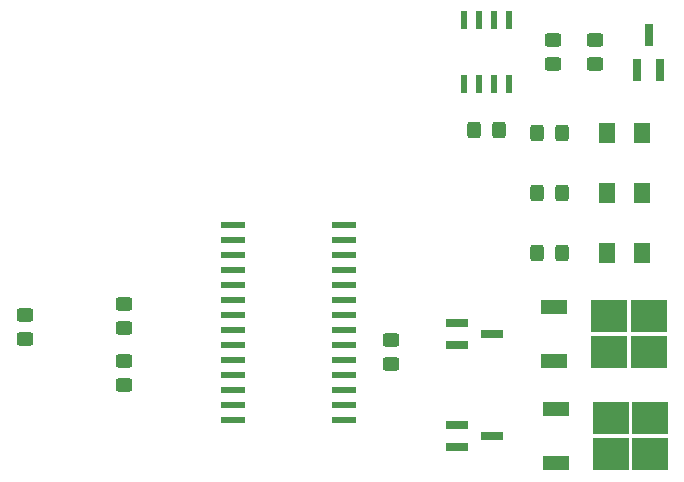
<source format=gtp>
G04 #@! TF.GenerationSoftware,KiCad,Pcbnew,6.0.0*
G04 #@! TF.CreationDate,2022-02-03T15:38:48-05:00*
G04 #@! TF.ProjectId,remote_arming,72656d6f-7465-45f6-9172-6d696e672e6b,rev?*
G04 #@! TF.SameCoordinates,Original*
G04 #@! TF.FileFunction,Paste,Top*
G04 #@! TF.FilePolarity,Positive*
%FSLAX46Y46*%
G04 Gerber Fmt 4.6, Leading zero omitted, Abs format (unit mm)*
G04 Created by KiCad (PCBNEW 6.0.0) date 2022-02-03 15:38:48*
%MOMM*%
%LPD*%
G01*
G04 APERTURE LIST*
G04 Aperture macros list*
%AMRoundRect*
0 Rectangle with rounded corners*
0 $1 Rounding radius*
0 $2 $3 $4 $5 $6 $7 $8 $9 X,Y pos of 4 corners*
0 Add a 4 corners polygon primitive as box body*
4,1,4,$2,$3,$4,$5,$6,$7,$8,$9,$2,$3,0*
0 Add four circle primitives for the rounded corners*
1,1,$1+$1,$2,$3*
1,1,$1+$1,$4,$5*
1,1,$1+$1,$6,$7*
1,1,$1+$1,$8,$9*
0 Add four rect primitives between the rounded corners*
20,1,$1+$1,$2,$3,$4,$5,0*
20,1,$1+$1,$4,$5,$6,$7,0*
20,1,$1+$1,$6,$7,$8,$9,0*
20,1,$1+$1,$8,$9,$2,$3,0*%
G04 Aperture macros list end*
%ADD10RoundRect,0.250001X-0.462499X-0.624999X0.462499X-0.624999X0.462499X0.624999X-0.462499X0.624999X0*%
%ADD11RoundRect,0.250000X0.450000X-0.325000X0.450000X0.325000X-0.450000X0.325000X-0.450000X-0.325000X0*%
%ADD12RoundRect,0.250000X0.325000X0.450000X-0.325000X0.450000X-0.325000X-0.450000X0.325000X-0.450000X0*%
%ADD13R,3.050000X2.750000*%
%ADD14R,2.200000X1.200000*%
%ADD15R,1.900000X0.800000*%
%ADD16R,0.600000X1.550000*%
%ADD17RoundRect,0.250000X-0.450000X0.325000X-0.450000X-0.325000X0.450000X-0.325000X0.450000X0.325000X0*%
%ADD18R,2.000000X0.600000*%
%ADD19R,0.800000X1.900000*%
G04 APERTURE END LIST*
D10*
X234696000Y-85090000D03*
X237671000Y-85090000D03*
D11*
X193802000Y-91449000D03*
X193802000Y-89399000D03*
D12*
X230886000Y-74930000D03*
X228836000Y-74930000D03*
X230886000Y-80010000D03*
X228836000Y-80010000D03*
X230886000Y-85090000D03*
X228836000Y-85090000D03*
D13*
X235053000Y-99059000D03*
X238403000Y-102109000D03*
X238403000Y-99059000D03*
X235053000Y-102109000D03*
D14*
X230428000Y-98304000D03*
X230428000Y-102864000D03*
D13*
X234902000Y-93474000D03*
X238252000Y-90424000D03*
X238252000Y-93474000D03*
X234902000Y-90424000D03*
D14*
X230277000Y-89669000D03*
X230277000Y-94229000D03*
D10*
X234696000Y-74930000D03*
X237671000Y-74930000D03*
X234696000Y-80010000D03*
X237671000Y-80010000D03*
D15*
X222020000Y-99634000D03*
X222020000Y-101534000D03*
X225020000Y-100584000D03*
X222020000Y-90998000D03*
X222020000Y-92898000D03*
X225020000Y-91948000D03*
D11*
X216408000Y-94488000D03*
X216408000Y-92438000D03*
D16*
X222631000Y-70772000D03*
X223901000Y-70772000D03*
X225171000Y-70772000D03*
X226441000Y-70772000D03*
X226441000Y-65372000D03*
X225171000Y-65372000D03*
X223901000Y-65372000D03*
X222631000Y-65372000D03*
D17*
X193802000Y-94225000D03*
X193802000Y-96275000D03*
D11*
X185420000Y-92347000D03*
X185420000Y-90297000D03*
D17*
X230124000Y-67047000D03*
X230124000Y-69097000D03*
D12*
X225552000Y-74676000D03*
X223502000Y-74676000D03*
D11*
X233680000Y-69088000D03*
X233680000Y-67038000D03*
D18*
X203072000Y-82677000D03*
X203072000Y-83947000D03*
X203072000Y-85217000D03*
X203072000Y-86487000D03*
X203072000Y-87757000D03*
X203072000Y-89027000D03*
X203072000Y-90297000D03*
X203072000Y-91567000D03*
X203072000Y-92837000D03*
X203072000Y-94107000D03*
X203072000Y-95377000D03*
X203072000Y-96647000D03*
X203072000Y-97917000D03*
X203072000Y-99187000D03*
X212472000Y-99187000D03*
X212472000Y-97917000D03*
X212472000Y-96647000D03*
X212472000Y-95377000D03*
X212472000Y-94107000D03*
X212472000Y-92837000D03*
X212472000Y-91567000D03*
X212472000Y-90297000D03*
X212472000Y-89027000D03*
X212472000Y-87757000D03*
X212472000Y-86487000D03*
X212472000Y-85217000D03*
X212472000Y-83947000D03*
X212472000Y-82677000D03*
D19*
X237302000Y-69572000D03*
X239202000Y-69572000D03*
X238252000Y-66572000D03*
M02*

</source>
